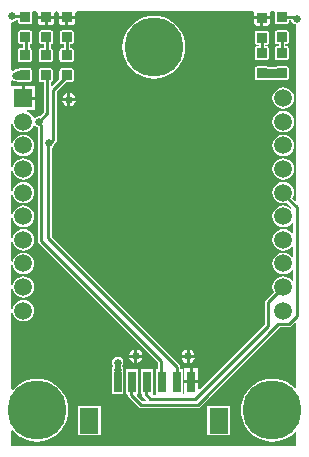
<source format=gtl>
%FSLAX24Y24*%
%MOIN*%
%SFA1B1*%

%IPPOS*%
%AMD10*
4,1,8,0.017700,-0.015000,0.017700,0.015000,0.016000,0.016700,-0.016000,0.016700,-0.017700,0.015000,-0.017700,-0.015000,-0.016000,-0.016700,0.016000,-0.016700,0.017700,-0.015000,0.0*
1,1,0.003400,0.016000,-0.015000*
1,1,0.003400,0.016000,0.015000*
1,1,0.003400,-0.016000,0.015000*
1,1,0.003400,-0.016000,-0.015000*
%
G04~CAMADD=10~8~0.0~0.0~335.0~354.0~17.0~0.0~15~0.0~0.0~0.0~0.0~0~0.0~0.0~0.0~0.0~0~0.0~0.0~0.0~270.0~354.0~334.0*
%ADD10D10*%
%ADD11R,0.027600X0.070900*%
%ADD12C,0.030000*%
%ADD13C,0.010000*%
%ADD14C,0.020000*%
%ADD15R,0.063000X0.086600*%
%ADD16C,0.196900*%
%ADD17C,0.059100*%
%ADD18R,0.059100X0.059100*%
%ADD19C,0.025000*%
%LNpcb1-1*%
%LPD*%
G36*
X304Y10970D02*
X340Y10883D01*
X397Y10809*
X471Y10752*
X557Y10716*
X650Y10704*
X743Y10716*
X829Y10752*
X903Y10809*
X960Y10883*
X975Y10920*
X1027Y10929*
X1033Y10927*
X1090Y10888*
X1138Y10879*
Y7100*
X1146Y7057*
X1171Y7021*
X5138Y3054*
Y2809*
X5066*
Y1990*
Y1981*
X5042Y1940*
X4993*
X4969Y1981*
Y2809*
X4574*
Y1981*
X4609Y1978*
X4618Y1935*
X4642Y1899*
X4751Y1790*
X4730Y1741*
X4618*
X4424Y1934*
X4443Y1981*
X4477*
Y2809*
X4082*
Y1981*
X4103*
X4138Y1950*
X4146Y1907*
X4171Y1871*
X4492Y1549*
X4529Y1525*
X4572Y1516*
X6461*
X6504Y1525*
X6540Y1549*
X9197Y4206*
X9496*
X9539Y4214*
X9575Y4239*
X9704Y4367*
X9750Y4348*
Y2193*
X9703Y2176*
X9691Y2191*
X9566Y2297*
X9426Y2383*
X9274Y2446*
X9114Y2485*
X8950Y2497*
X8786Y2485*
X8626Y2446*
X8474Y2383*
X8334Y2297*
X8209Y2191*
X8103Y2066*
X8017Y1926*
X7954Y1774*
X7915Y1614*
X7903Y1450*
X7915Y1286*
X7954Y1126*
X8017Y974*
X8103Y834*
X8209Y709*
X8334Y603*
X8474Y517*
X8626Y454*
X8786Y415*
X8950Y403*
X9114Y415*
X9274Y454*
X9426Y517*
X9566Y603*
X9691Y709*
X9703Y724*
X9750Y707*
Y250*
X250*
Y760*
X300Y779*
X359Y709*
X484Y603*
X624Y517*
X776Y454*
X936Y415*
X1100Y403*
X1264Y415*
X1424Y454*
X1576Y517*
X1716Y603*
X1841Y709*
X1947Y834*
X2033Y974*
X2096Y1126*
X2135Y1286*
X2147Y1450*
X2135Y1614*
X2096Y1774*
X2033Y1926*
X1947Y2066*
X1841Y2191*
X1716Y2297*
X1576Y2383*
X1424Y2446*
X1264Y2485*
X1100Y2497*
X936Y2485*
X776Y2446*
X624Y2383*
X484Y2297*
X359Y2191*
X300Y2121*
X250Y2140*
Y4697*
X300Y4700*
X304Y4671*
X340Y4584*
X397Y4510*
X471Y4453*
X557Y4417*
X650Y4405*
X743Y4417*
X829Y4453*
X903Y4510*
X960Y4584*
X996Y4671*
X1008Y4763*
X996Y4856*
X960Y4943*
X903Y5017*
X829Y5074*
X743Y5110*
X650Y5122*
X557Y5110*
X471Y5074*
X397Y5017*
X340Y4943*
X304Y4856*
X300Y4827*
X250Y4830*
Y5484*
X300Y5487*
X304Y5458*
X340Y5372*
X397Y5297*
X471Y5240*
X557Y5205*
X650Y5192*
X743Y5205*
X829Y5240*
X903Y5297*
X960Y5372*
X996Y5458*
X1008Y5551*
X996Y5644*
X960Y5730*
X903Y5804*
X829Y5861*
X743Y5897*
X650Y5909*
X557Y5897*
X471Y5861*
X397Y5804*
X340Y5730*
X304Y5644*
X300Y5614*
X250Y5617*
Y6272*
X300Y6275*
X304Y6245*
X340Y6159*
X397Y6085*
X471Y6028*
X557Y5992*
X650Y5980*
X743Y5992*
X829Y6028*
X903Y6085*
X960Y6159*
X996Y6245*
X1008Y6338*
X996Y6431*
X960Y6517*
X903Y6592*
X829Y6649*
X743Y6684*
X650Y6697*
X557Y6684*
X471Y6649*
X397Y6592*
X340Y6517*
X304Y6431*
X300Y6402*
X250Y6405*
Y7059*
X300Y7062*
X304Y7033*
X340Y6946*
X397Y6872*
X471Y6815*
X557Y6779*
X650Y6767*
X743Y6779*
X829Y6815*
X903Y6872*
X960Y6946*
X996Y7033*
X1008Y7126*
X996Y7218*
X960Y7305*
X903Y7379*
X829Y7436*
X743Y7472*
X650Y7484*
X557Y7472*
X471Y7436*
X397Y7379*
X340Y7305*
X304Y7218*
X300Y7189*
X250Y7192*
Y7846*
X300Y7850*
X304Y7820*
X340Y7734*
X397Y7660*
X471Y7603*
X557Y7567*
X650Y7555*
X743Y7567*
X829Y7603*
X903Y7660*
X960Y7734*
X996Y7820*
X1008Y7913*
X996Y8006*
X960Y8092*
X903Y8166*
X829Y8223*
X743Y8259*
X650Y8271*
X557Y8259*
X471Y8223*
X397Y8166*
X340Y8092*
X304Y8006*
X300Y7976*
X250Y7980*
Y8634*
X300Y8637*
X304Y8608*
X340Y8521*
X397Y8447*
X471Y8390*
X557Y8354*
X650Y8342*
X743Y8354*
X829Y8390*
X903Y8447*
X960Y8521*
X996Y8608*
X1008Y8700*
X996Y8793*
X960Y8880*
X903Y8954*
X829Y9011*
X743Y9047*
X650Y9059*
X557Y9047*
X471Y9011*
X397Y8954*
X340Y8880*
X304Y8793*
X300Y8764*
X250Y8767*
Y9421*
X300Y9424*
X304Y9395*
X340Y9309*
X397Y9234*
X471Y9177*
X557Y9142*
X650Y9129*
X743Y9142*
X829Y9177*
X903Y9234*
X960Y9309*
X996Y9395*
X1008Y9488*
X996Y9581*
X960Y9667*
X903Y9741*
X829Y9798*
X743Y9834*
X650Y9846*
X557Y9834*
X471Y9798*
X397Y9741*
X340Y9667*
X304Y9581*
X300Y9551*
X250Y9554*
Y10209*
X300Y10212*
X304Y10182*
X340Y10096*
X397Y10022*
X471Y9965*
X557Y9929*
X650Y9917*
X743Y9929*
X829Y9965*
X903Y10022*
X960Y10096*
X996Y10182*
X1008Y10275*
X996Y10368*
X960Y10454*
X903Y10529*
X829Y10586*
X743Y10621*
X650Y10634*
X557Y10621*
X471Y10586*
X397Y10529*
X340Y10454*
X304Y10368*
X300Y10339*
X250Y10342*
Y10996*
X300Y10999*
X304Y10970*
G37*
G36*
X9027Y14700D02*
Y14399D01*
X9033Y14369*
X9050Y14344*
X9075Y14327*
X9105Y14321*
X9426*
X9456Y14327*
X9482Y14344*
X9499Y14369*
X9505Y14399*
Y14438*
X9580*
X9582Y14428*
X9623Y14367*
X9685Y14326*
X9750Y14313*
Y8435*
X9704Y8416*
X9612Y8508*
X9622Y8521*
X9658Y8608*
X9670Y8700*
X9658Y8793*
X9622Y8880*
X9565Y8954*
X9491Y9011*
X9404Y9047*
X9311Y9059*
X9219Y9047*
X9132Y9011*
X9058Y8954*
X9001Y8880*
X8965Y8793*
X8953Y8700*
X8965Y8608*
X9001Y8521*
X9058Y8447*
X9132Y8390*
X9219Y8354*
X9311Y8342*
X9404Y8354*
X9435Y8367*
X9615Y8187*
X9614Y8184*
X9583Y8173*
X9560Y8170*
X9491Y8223*
X9404Y8259*
X9311Y8271*
X9219Y8259*
X9132Y8223*
X9058Y8166*
X9001Y8092*
X8965Y8006*
X8953Y7913*
X8965Y7820*
X9001Y7734*
X9058Y7660*
X9132Y7603*
X9219Y7567*
X9311Y7555*
X9404Y7567*
X9491Y7603*
X9565Y7660*
X9595Y7698*
X9645Y7681*
Y7357*
X9595Y7340*
X9565Y7379*
X9491Y7436*
X9404Y7472*
X9311Y7484*
X9219Y7472*
X9132Y7436*
X9058Y7379*
X9001Y7305*
X8965Y7218*
X8953Y7126*
X8965Y7033*
X9001Y6946*
X9058Y6872*
X9132Y6815*
X9219Y6779*
X9311Y6767*
X9404Y6779*
X9491Y6815*
X9565Y6872*
X9595Y6911*
X9645Y6894*
Y6570*
X9595Y6553*
X9565Y6592*
X9491Y6649*
X9404Y6684*
X9311Y6697*
X9219Y6684*
X9132Y6649*
X9058Y6592*
X9001Y6517*
X8965Y6431*
X8953Y6338*
X8965Y6245*
X9001Y6159*
X9058Y6085*
X9132Y6028*
X9219Y5992*
X9311Y5980*
X9404Y5992*
X9491Y6028*
X9565Y6085*
X9595Y6124*
X9645Y6107*
Y5782*
X9595Y5765*
X9565Y5804*
X9491Y5861*
X9404Y5897*
X9311Y5909*
X9219Y5897*
X9132Y5861*
X9058Y5804*
X9001Y5730*
X8965Y5644*
X8953Y5551*
X8965Y5458*
X8993Y5391*
X8721Y5119*
X8696Y5082*
X8688Y5039*
Y4296*
X6532Y2141*
X6486Y2160*
Y2345*
X6010*
Y1983*
X6004Y1982*
X5997Y1983*
X5954Y2020*
Y2809*
X5868*
Y2894*
X5860Y2937*
X5835Y2973*
X1587Y7221*
Y10186*
X1633Y10217*
X1674Y10278*
X1684Y10325*
X1729Y10371*
X1754Y10407*
X1762Y10450*
Y12086*
X2062Y12387*
X2249*
X2279Y12392*
X2304Y12409*
X2321Y12435*
X2327Y12465*
Y12766*
X2321Y12796*
X2304Y12821*
X2279Y12838*
X2249Y12844*
X1928*
X1898Y12838*
X1873Y12821*
X1856Y12796*
X1850Y12766*
Y12492*
X1612Y12254*
X1562Y12274*
Y12388*
X1585Y12392*
X1610Y12409*
X1627Y12435*
X1633Y12465*
Y12766*
X1627Y12796*
X1610Y12821*
X1585Y12838*
X1555Y12844*
X1234*
X1204Y12838*
X1179Y12821*
X1162Y12796*
X1156Y12766*
Y12465*
X1162Y12435*
X1179Y12409*
X1204Y12392*
X1234Y12387*
X1338*
Y11396*
X1188Y11246*
X1163Y11251*
X1090Y11237*
X1033Y11198*
X1027Y11196*
X975Y11205*
X960Y11242*
X903Y11316*
X829Y11373*
X752Y11405*
X762Y11455*
X1045*
Y11800*
X650*
Y11850*
X600*
Y12245*
X255*
X250Y12293*
Y12418*
X300Y12444*
X328Y12426*
X400Y12411*
X407Y12413*
X465Y12401*
X497*
X510Y12392*
X540Y12387*
X860*
X890Y12392*
X916Y12409*
X933Y12435*
X939Y12465*
Y12766*
X933Y12796*
X916Y12821*
X890Y12838*
X860Y12844*
X540*
X510Y12838*
X497Y12829*
X465*
X383Y12813*
X314Y12767*
X312Y12764*
X300Y12756*
X250Y12782*
Y14368*
X285Y14396*
X357Y14410*
X418Y14451*
X423Y14458*
X473Y14443*
Y14399*
X479Y14369*
X496Y14344*
X521Y14327*
X551Y14321*
X872*
X902Y14327*
X927Y14344*
X944Y14369*
X950Y14399*
Y14700*
X986Y14750*
X1085*
X1126Y14700*
Y14600*
X1685*
Y14700*
X1726Y14750*
X1779*
X1821Y14700*
Y14600*
X2379*
Y14700*
X2421Y14750*
X8287*
X8323Y14700*
X8321Y14685*
Y14585*
X8879*
Y14685*
X8877Y14700*
X8913Y14750*
X8991*
X9027Y14700*
G37*
%LNpcb1-2*%
%LPC*%
G36*
X4450Y3469D02*
Y3300D01*
X4619*
X4612Y3338*
X4562Y3412*
X4488Y3462*
X4450Y3469*
G37*
G36*
X4350D02*
X4312Y3462D01*
X4238Y3412*
X4188Y3338*
X4181Y3300*
X4350*
Y3469*
G37*
G36*
X6091Y3464D02*
X6053Y3456D01*
X5979Y3406*
X5929Y3332*
X5922Y3294*
X6091*
Y3464*
G37*
G36*
X6191D02*
Y3294D01*
X6361*
X6353Y3332*
X6303Y3406*
X6229Y3456*
X6191Y3464*
G37*
G36*
X9311Y11421D02*
X9219Y11409D01*
X9132Y11373*
X9058Y11316*
X9001Y11242*
X8965Y11155*
X8953Y11063*
X8965Y10970*
X9001Y10883*
X9058Y10809*
X9132Y10752*
X9219Y10716*
X9311Y10704*
X9404Y10716*
X9491Y10752*
X9565Y10809*
X9622Y10883*
X9658Y10970*
X9670Y11063*
X9658Y11155*
X9622Y11242*
X9565Y11316*
X9491Y11373*
X9404Y11409*
X9311Y11421*
G37*
G36*
Y12208D02*
X9219Y12196D01*
X9132Y12160*
X9058Y12103*
X9001Y12029*
X8965Y11943*
X8953Y11850*
X8965Y11757*
X9001Y11671*
X9058Y11597*
X9132Y11540*
X9219Y11504*
X9311Y11492*
X9404Y11504*
X9491Y11540*
X9565Y11597*
X9622Y11671*
X9658Y11757*
X9670Y11850*
X9658Y11943*
X9622Y12029*
X9565Y12103*
X9491Y12160*
X9404Y12196*
X9311Y12208*
G37*
G36*
Y9846D02*
X9219Y9834D01*
X9132Y9798*
X9058Y9741*
X9001Y9667*
X8965Y9581*
X8953Y9488*
X8965Y9395*
X9001Y9309*
X9058Y9234*
X9132Y9177*
X9219Y9142*
X9311Y9129*
X9404Y9142*
X9491Y9177*
X9565Y9234*
X9622Y9309*
X9658Y9395*
X9670Y9488*
X9658Y9581*
X9622Y9667*
X9565Y9741*
X9491Y9798*
X9404Y9834*
X9311Y9846*
G37*
G36*
Y10634D02*
X9219Y10621D01*
X9132Y10586*
X9058Y10529*
X9001Y10454*
X8965Y10368*
X8953Y10275*
X8965Y10182*
X9001Y10096*
X9058Y10022*
X9132Y9965*
X9219Y9929*
X9311Y9917*
X9404Y9929*
X9491Y9965*
X9565Y10022*
X9622Y10096*
X9658Y10182*
X9670Y10275*
X9658Y10368*
X9622Y10454*
X9565Y10529*
X9491Y10586*
X9404Y10621*
X9311Y10634*
G37*
G36*
X3787Y3226D02*
X3715Y3212D01*
X3654Y3171*
X3613Y3110*
X3599Y3037*
X3613Y2965*
X3624Y2949*
Y2889*
X3613Y2872*
X3601Y2809*
X3590*
Y1981*
X3985*
Y2809*
X3974*
X3962Y2872*
X3951Y2889*
Y2949*
X3962Y2965*
X3976Y3037*
X3962Y3110*
X3921Y3171*
X3860Y3212*
X3787Y3226*
G37*
G36*
X6198Y2849D02*
X6010D01*
Y2445*
X6198*
Y2849*
G37*
G36*
X3225Y1593D02*
X2475D01*
Y607*
X3225*
Y1593*
G37*
G36*
X7536D02*
X6786D01*
Y607*
X7536*
Y1593*
G37*
G36*
X6486Y2849D02*
X6298D01*
Y2445*
X6486*
Y2849*
G37*
G36*
X4350Y3200D02*
X4181D01*
X4188Y3162*
X4238Y3088*
X4312Y3038*
X4350Y3031*
Y3200*
G37*
G36*
X4619D02*
X4450D01*
Y3031*
X4488Y3038*
X4562Y3088*
X4612Y3162*
X4619Y3200*
G37*
G36*
X6091Y3194D02*
X5922D01*
X5929Y3156*
X5979Y3082*
X6053Y3032*
X6091Y3025*
Y3194*
G37*
G36*
X6361D02*
X6191D01*
Y3025*
X6229Y3032*
X6303Y3082*
X6353Y3156*
X6361Y3194*
G37*
G36*
X9426Y14109D02*
X9105D01*
X9075Y14103*
X9050Y14086*
X9033Y14061*
X9027Y14031*
Y13730*
X9033Y13700*
X9050Y13675*
X9075Y13658*
X9105Y13652*
X9154*
Y13579*
X9105*
X9075Y13573*
X9050Y13556*
X9033Y13530*
X9027Y13500*
Y13199*
X9033Y13169*
X9050Y13144*
X9075Y13127*
X9105Y13121*
X9426*
X9456Y13127*
X9482Y13144*
X9499Y13169*
X9505Y13199*
Y13500*
X9499Y13530*
X9482Y13556*
X9456Y13573*
X9426Y13579*
X9378*
Y13652*
X9426*
X9456Y13658*
X9482Y13675*
X9499Y13700*
X9505Y13730*
Y14031*
X9499Y14061*
X9482Y14086*
X9456Y14103*
X9426Y14109*
G37*
G36*
X8550Y14485D02*
X8321D01*
Y14384*
X8330Y14339*
X8355Y14300*
X8394Y14274*
X8440Y14265*
X8550*
Y14485*
G37*
G36*
X2260Y14109D02*
X1940D01*
X1910Y14103*
X1884Y14086*
X1867Y14061*
X1861Y14031*
Y13730*
X1867Y13700*
X1884Y13675*
X1910Y13658*
X1940Y13652*
X1988*
Y13513*
X1928*
X1898Y13508*
X1873Y13491*
X1856Y13465*
X1850Y13435*
Y13134*
X1856Y13104*
X1873Y13079*
X1898Y13062*
X1928Y13056*
X2249*
X2279Y13062*
X2304Y13079*
X2321Y13104*
X2327Y13134*
Y13435*
X2321Y13465*
X2304Y13491*
X2279Y13508*
X2249Y13513*
X2212*
Y13652*
X2260*
X2290Y13658*
X2316Y13675*
X2333Y13700*
X2339Y13730*
Y14031*
X2333Y14061*
X2316Y14086*
X2290Y14103*
X2260Y14109*
G37*
G36*
X8760Y14094D02*
X8440D01*
X8410Y14088*
X8384Y14071*
X8367Y14046*
X8361Y14016*
Y13715*
X8367Y13685*
X8384Y13659*
X8410Y13642*
X8440Y13637*
X8488*
Y13579*
X8440*
X8410Y13573*
X8384Y13556*
X8367Y13530*
X8361Y13500*
Y13199*
X8367Y13169*
X8384Y13144*
X8410Y13127*
X8440Y13121*
X8760*
X8790Y13127*
X8816Y13144*
X8833Y13169*
X8839Y13199*
Y13500*
X8833Y13530*
X8816Y13556*
X8790Y13573*
X8760Y13579*
X8712*
Y13637*
X8760*
X8790Y13642*
X8816Y13659*
X8833Y13685*
X8839Y13715*
Y14016*
X8833Y14046*
X8816Y14071*
X8790Y14088*
X8760Y14094*
G37*
G36*
X8879Y14485D02*
X8650D01*
Y14265*
X8760*
X8806Y14274*
X8845Y14300*
X8870Y14339*
X8879Y14384*
Y14485*
G37*
G36*
X2050Y14500D02*
X1821D01*
Y14399*
X1830Y14354*
X1855Y14315*
X1894Y14289*
X1940Y14280*
X2050*
Y14500*
G37*
G36*
X2379D02*
X2150D01*
Y14280*
X2260*
X2306Y14289*
X2345Y14315*
X2370Y14354*
X2379Y14399*
Y14500*
G37*
G36*
X1356D02*
X1126D01*
Y14399*
X1135Y14354*
X1161Y14315*
X1200Y14289*
X1245Y14280*
X1356*
Y14500*
G37*
G36*
X1685D02*
X1456D01*
Y14280*
X1566*
X1612Y14289*
X1650Y14315*
X1676Y14354*
X1685Y14399*
Y14500*
G37*
G36*
X2118Y12019D02*
X2081Y12012D01*
X2006Y11962*
X1957Y11888*
X1949Y11850*
X2118*
Y12019*
G37*
G36*
X2218D02*
Y11850D01*
X2388*
X2380Y11888*
X2331Y11962*
X2256Y12012*
X2218Y12019*
G37*
G36*
X2118Y11750D02*
X1949D01*
X1957Y11712*
X2006Y11638*
X2081Y11588*
X2118Y11581*
Y11750*
G37*
G36*
X2388D02*
X2218D01*
Y11581*
X2256Y11588*
X2331Y11638*
X2380Y11712*
X2388Y11750*
G37*
G36*
X700Y12245D02*
Y11900D01*
X1045*
Y12245*
X700*
G37*
G36*
X872Y14109D02*
X551D01*
X521Y14103*
X496Y14086*
X479Y14061*
X473Y14031*
Y13730*
X479Y13700*
X496Y13675*
X521Y13658*
X551Y13652*
X638*
Y13513*
X540*
X510Y13508*
X484Y13491*
X467Y13465*
X461Y13435*
Y13134*
X467Y13104*
X484Y13079*
X510Y13062*
X540Y13056*
X860*
X890Y13062*
X916Y13079*
X933Y13104*
X939Y13134*
Y13435*
X933Y13465*
X916Y13491*
X890Y13508*
X862Y13513*
Y13652*
X872*
X902Y13658*
X927Y13675*
X944Y13700*
X950Y13730*
Y14031*
X944Y14061*
X927Y14086*
X902Y14103*
X872Y14109*
G37*
G36*
X1566D02*
X1245D01*
X1215Y14103*
X1190Y14086*
X1173Y14061*
X1167Y14031*
Y13730*
X1173Y13700*
X1190Y13675*
X1215Y13658*
X1245Y13652*
X1338*
Y13513*
X1234*
X1204Y13508*
X1179Y13491*
X1162Y13465*
X1156Y13435*
Y13134*
X1162Y13104*
X1179Y13079*
X1204Y13062*
X1234Y13056*
X1555*
X1585Y13062*
X1610Y13079*
X1627Y13104*
X1633Y13134*
Y13435*
X1627Y13465*
X1610Y13491*
X1585Y13508*
X1562Y13512*
Y13652*
X1566*
X1596Y13658*
X1621Y13675*
X1638Y13700*
X1644Y13730*
Y14031*
X1638Y14061*
X1621Y14086*
X1596Y14103*
X1566Y14109*
G37*
G36*
X5000Y14597D02*
X4836Y14585D01*
X4676Y14546*
X4524Y14483*
X4384Y14397*
X4259Y14291*
X4153Y14166*
X4067Y14026*
X4004Y13874*
X3965Y13714*
X3953Y13550*
X3965Y13386*
X4004Y13226*
X4067Y13074*
X4153Y12934*
X4259Y12809*
X4384Y12703*
X4524Y12617*
X4676Y12554*
X4836Y12515*
X5000Y12503*
X5164Y12515*
X5324Y12554*
X5476Y12617*
X5616Y12703*
X5741Y12809*
X5847Y12934*
X5933Y13074*
X5996Y13226*
X6035Y13386*
X6047Y13550*
X6035Y13714*
X5996Y13874*
X5933Y14026*
X5847Y14166*
X5741Y14291*
X5616Y14397*
X5476Y14483*
X5324Y14546*
X5164Y14585*
X5000Y14597*
G37*
G36*
X9426Y12909D02*
X9105D01*
X9075Y12903*
X9062Y12895*
X8803*
X8790Y12903*
X8760Y12909*
X8440*
X8410Y12903*
X8384Y12886*
X8367Y12861*
X8361Y12831*
Y12530*
X8367Y12500*
X8384Y12475*
X8410Y12458*
X8440Y12452*
X8760*
X8790Y12458*
X8803Y12466*
X9062*
X9075Y12458*
X9105Y12452*
X9426*
X9456Y12458*
X9482Y12475*
X9499Y12500*
X9505Y12530*
Y12831*
X9499Y12861*
X9482Y12886*
X9456Y12903*
X9426Y12909*
G37*
%LNpcb1-3*%
%LPD*%
G54D10*
X9266Y14550D03*
Y13880D03*
X711Y14550D03*
Y13880D03*
X1406Y14550D03*
Y13880D03*
X2100Y14550D03*
Y13880D03*
X8600Y14535D03*
Y13865D03*
Y13350D03*
Y12680D03*
X9266Y13350D03*
Y12680D03*
X2089Y13285D03*
Y12615D03*
X1394Y13285D03*
Y12615D03*
X700Y13285D03*
Y12615D03*
G54D11*
X3787Y2395D03*
X4280D03*
X4772D03*
X5264D03*
X5756D03*
X6248D03*
G54D12*
X465Y12615D02*
X700D01*
X8600Y12680D02*
X9266D01*
G54D13*
X450Y12600D02*
X465Y12615D01*
X8600Y13350D02*
Y13865D01*
X1137Y11063D02*
X1250Y10950D01*
X1137Y11063D02*
X1163D01*
X1250Y7100D02*
Y10950D01*
X1650Y12133D02*
X2100Y12583D01*
X1650Y10450D02*
Y12133D01*
X1475Y10275D02*
X1650Y10450D01*
X1450Y11350D02*
Y12581D01*
X1163Y11063D02*
X1450Y11350D01*
X9266Y13350D02*
Y13880D01*
X750Y13285D02*
Y13880D01*
X1450Y13250D02*
Y13846D01*
X2100Y13252D02*
Y13848D01*
X9266Y14550D02*
X9707D01*
X9757Y14500*
X1475Y7175D02*
Y10275D01*
Y7175D02*
X5756Y2894D01*
X1250Y7100D02*
X5250Y3100D01*
Y2395D02*
Y3100D01*
X5756Y2395D02*
Y2894D01*
X4572Y1628D02*
X6461D01*
X4250Y1950D02*
X4572Y1628D01*
X4250Y1950D02*
Y2274D01*
X4722Y1978D02*
Y2395D01*
Y1978D02*
X4872Y1828D01*
X6378*
X8800Y5039D02*
X9311Y5551D01*
X8800Y4250D02*
Y5039D01*
X6378Y1828D02*
X8800Y4250D01*
X285Y14585D02*
X750D01*
Y13965D02*
X765Y13950D01*
X9311Y8649D02*
Y8700D01*
Y8649D02*
X9757Y8204D01*
Y4579D02*
Y8204D01*
X9496Y4318D02*
X9757Y4579D01*
X9151Y4318D02*
X9496D01*
X6461Y1628D02*
X9151Y4318D01*
G54D14*
X3787Y2395D02*
Y3037D01*
G54D15*
X7161Y1100D03*
X2850D03*
G54D16*
X5000Y13550D03*
X8950Y1450D03*
X1100D03*
G54D17*
X9311Y11850D03*
Y11063D03*
Y10275D03*
Y9488D03*
Y8700D03*
Y7913D03*
Y7126D03*
Y6338D03*
Y5551D03*
Y4763D03*
X650D03*
Y5551D03*
Y6338D03*
Y7126D03*
Y7913D03*
Y8700D03*
Y9488D03*
Y10275D03*
Y11063D03*
G54D18*
X650Y11850D03*
G54D19*
X8933Y12680D03*
X400Y12600D03*
X1500Y10350D03*
X1163Y11063D03*
X4400Y3250D03*
X2168Y11800D03*
X9757Y14500D03*
X3787Y2800D03*
X285Y14585D03*
X3787Y3037D03*
X6141Y3244D03*
M02*
</source>
